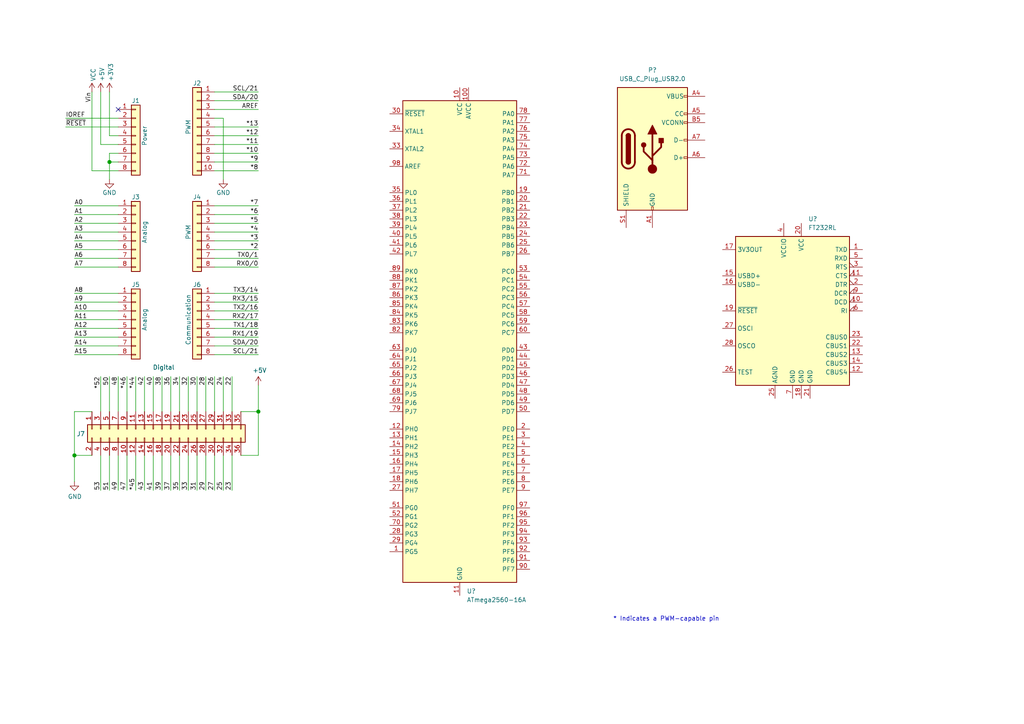
<source format=kicad_sch>
(kicad_sch (version 20211123) (generator eeschema)
  (paper "A4")
  (title_block (date "mar. 31 mars 2015"))
  (lib_symbols
    (symbol "Amplifier_Operational:LMV358" (pin_names (offset 0.127))
      (property "Reference" "U" (at 0 5.08 0))
      (property "Value" "LMV358" (at 0 -5.08 0))
      (symbol "LMV358_1_1"
        (polyline (pts (xy -5.08 5.08) (xy 5.08 0) (xy -5.08 -5.08) (xy -5.08 5.08)) (stroke (width 0.254)) (fill (type background)))
        (pin output line (at 7.62 0 180) (length 2.54) (name "~") (number "1"))
        (pin input line (at -7.62 -2.54 0) (length 2.54) (name "-") (number "2"))
        (pin input line (at -7.62 2.54 0) (length 2.54) (name "+") (number "3"))
      )
      (symbol "LMV358_2_1"
        (polyline (pts (xy -5.08 5.08) (xy 5.08 0) (xy -5.08 -5.08) (xy -5.08 5.08)) (stroke (width 0.254)) (fill (type background)))
        (pin input line (at -7.62 2.54 0) (length 2.54) (name "+") (number "5"))
        (pin input line (at -7.62 -2.54 0) (length 2.54) (name "-") (number "6"))
        (pin output line (at 7.62 0 180) (length 2.54) (name "~") (number "7"))
      )
      (symbol "LMV358_3_1"
        (pin power_in line (at -2.54 -7.62 90) (length 3.81) (name "V-") (number "4"))
        (pin power_in line (at -2.54 7.62 270) (length 3.81) (name "V+") (number "8"))
      )
    )
    (symbol "Connector:Barrel_Jack_MountingPin" (pin_names hide)
      (property "Reference" "J" (at 0 5.334 0))
      (property "Value" "Barrel_Jack_MountingPin" (at 1.27 -6.35 0))
      (symbol "Barrel_Jack_MountingPin_0_1"
        (rectangle (start -5.08 3.81) (end 5.08 -3.81) (stroke (width 0.254)) (fill (type background)))
        (arc (start -3.302 3.175) (mid -3.937 2.54) (end -3.302 1.905) (stroke (width 0.254)))
        (arc (start -3.302 3.175) (mid -3.937 2.54) (end -3.302 1.905) (stroke (width 0.254)) (fill (type outline)))
        (polyline (pts (xy 5.08 2.54) (xy 3.81 2.54)) (stroke (width 0.254)))
        (polyline (pts (xy -3.81 -2.54) (xy -2.54 -2.54) (xy -1.27 -1.27) (xy 0 -2.54) (xy 2.54 -2.54) (xy 5.08 -2.54)) (stroke (width 0.254)))
        (rectangle (start 3.683 3.175) (end -3.302 1.905) (stroke (width 0.254)) (fill (type outline)))
      )
      (symbol "Barrel_Jack_MountingPin_1_1"
        (polyline (pts (xy -1.016 -4.572) (xy 1.016 -4.572)) (stroke (width 0.1524)))
        (text "Mounting" (at 0 -4.191 0) (effects (font (size 0.381 0.381))))
        (pin passive line (at 7.62 2.54 180) (length 2.54) (name "~") (number "1"))
        (pin passive line (at 7.62 -2.54 180) (length 2.54) (name "~") (number "2"))
        (pin passive line (at 0 -7.62 90) (length 3.048) (name "MountPin") (number "MP"))
      )
    )
    (symbol "Connector:USB_C_Plug_USB2.0" (pin_names (offset 1.016))
      (property "Reference" "P" (at -10.16 19.05 0))
      (property "Value" "USB_C_Plug_USB2.0" (at 12.7 19.05 0))
      (symbol "USB_C_Plug_USB2.0_0_0"
        (rectangle (start -0.254 -17.78) (end 0.254 -16.764))
        (rectangle (start 10.16 -2.286) (end 9.144 -2.794))
        (rectangle (start 10.16 2.794) (end 9.144 2.286))
        (rectangle (start 10.16 7.874) (end 9.144 7.366))
        (rectangle (start 10.16 10.414) (end 9.144 9.906))
        (rectangle (start 10.16 15.494) (end 9.144 14.986))
      )
      (symbol "USB_C_Plug_USB2.0_0_1"
        (rectangle (start -10.16 17.78) (end 10.16 -17.78) (stroke (width 0.254)) (fill (type background)))
        (arc (start -8.89 -3.81) (mid -6.985 -5.715) (end -5.08 -3.81) (stroke (width 0.508)))
        (arc (start -7.62 -3.81) (mid -6.985 -4.445) (end -6.35 -3.81) (stroke (width 0.254)))
        (arc (start -7.62 -3.81) (mid -6.985 -4.445) (end -6.35 -3.81) (stroke (width 0.254)) (fill (type outline)))
        (rectangle (start -7.62 -3.81) (end -6.35 3.81) (stroke (width 0.254)) (fill (type outline)))
        (arc (start -6.35 3.81) (mid -6.985 4.445) (end -7.62 3.81) (stroke (width 0.254)))
        (arc (start -6.35 3.81) (mid -6.985 4.445) (end -7.62 3.81) (stroke (width 0.254)) (fill (type outline)))
        (arc (start -5.08 3.81) (mid -6.985 5.715) (end -8.89 3.81) (stroke (width 0.508)))
        (circle (center -2.54 1.143) (radius 0.635) (stroke (width 0.254)) (fill (type outline)))
        (circle (center 0 -5.842) (radius 1.27) (fill (type outline)))
        (polyline (pts (xy -8.89 -3.81) (xy -8.89 3.81)) (stroke (width 0.508)))
        (polyline (pts (xy -5.08 3.81) (xy -5.08 -3.81)) (stroke (width 0.508)))
        (polyline (pts (xy 0 -5.842) (xy 0 4.318)) (stroke (width 0.508)))
        (polyline (pts (xy 0 -3.302) (xy -2.54 -0.762) (xy -2.54 0.508)) (stroke (width 0.508)))
        (polyline (pts (xy 0 -2.032) (xy 2.54 0.508) (xy 2.54 1.778)) (stroke (width 0.508)))
        (polyline (pts (xy -1.27 4.318) (xy 0 6.858) (xy 1.27 4.318) (xy -1.27 4.318)) (stroke (width 0.254)) (fill (type outline)))
        (rectangle (start 1.905 1.778) (end 3.175 3.048) (stroke (width 0.254)) (fill (type outline)))
      )
      (symbol "USB_C_Plug_USB2.0_1_1"
        (pin passive line (at 0 -22.86 90) (length 5.08) (name "GND") (number "A1"))
        (pin passive line (at 0 -22.86 90) (length 5.08) hide (name "GND") (number "A12"))
        (pin passive line (at 15.24 15.24 180) (length 5.08) (name "VBUS") (number "A4"))
        (pin bidirectional line (at 15.24 10.16 180) (length 5.08) (name "CC") (number "A5"))
        (pin bidirectional line (at 15.24 -2.54 180) (length 5.08) (name "D+") (number "A6"))
        (pin bidirectional line (at 15.24 2.54 180) (length 5.08) (name "D-") (number "A7"))
        (pin passive line (at 15.24 15.24 180) (length 5.08) hide (name "VBUS") (number "A9"))
        (pin passive line (at 0 -22.86 90) (length 5.08) hide (name "GND") (number "B1"))
        (pin passive line (at 0 -22.86 90) (length 5.08) hide (name "GND") (number "B12"))
        (pin passive line (at 15.24 15.24 180) (length 5.08) hide (name "VBUS") (number "B4"))
        (pin bidirectional line (at 15.24 7.62 180) (length 5.08) (name "VCONN") (number "B5"))
        (pin passive line (at 15.24 15.24 180) (length 5.08) hide (name "VBUS") (number "B9"))
        (pin passive line (at -7.62 -22.86 90) (length 5.08) (name "SHIELD") (number "S1"))
      )
    )
    (symbol "Connector_Generic:Conn_01x08" (pin_names (offset 1.016) hide)
      (property "Reference" "J" (at 0 10.16 0))
      (property "Value" "Conn_01x08" (at 0 -12.7 0))
      (symbol "Conn_01x08_1_1"
        (rectangle (start -1.27 -10.033) (end 0 -10.287) (stroke (width 0.1524)))
        (rectangle (start -1.27 -7.493) (end 0 -7.747) (stroke (width 0.1524)))
        (rectangle (start -1.27 -4.953) (end 0 -5.207) (stroke (width 0.1524)))
        (rectangle (start -1.27 -2.413) (end 0 -2.667) (stroke (width 0.1524)))
        (rectangle (start -1.27 0.127) (end 0 -0.127) (stroke (width 0.1524)))
        (rectangle (start -1.27 2.667) (end 0 2.413) (stroke (width 0.1524)))
        (rectangle (start -1.27 5.207) (end 0 4.953) (stroke (width 0.1524)))
        (rectangle (start -1.27 7.747) (end 0 7.493) (stroke (width 0.1524)))
        (rectangle (start -1.27 8.89) (end 1.27 -11.43) (stroke (width 0.254)) (fill (type background)))
        (pin passive line (at -5.08 7.62 0) (length 3.81) (name "Pin_1") (number "1"))
        (pin passive line (at -5.08 5.08 0) (length 3.81) (name "Pin_2") (number "2"))
        (pin passive line (at -5.08 2.54 0) (length 3.81) (name "Pin_3") (number "3"))
        (pin passive line (at -5.08 0 0) (length 3.81) (name "Pin_4") (number "4"))
        (pin passive line (at -5.08 -2.54 0) (length 3.81) (name "Pin_5") (number "5"))
        (pin passive line (at -5.08 -5.08 0) (length 3.81) (name "Pin_6") (number "6"))
        (pin passive line (at -5.08 -7.62 0) (length 3.81) (name "Pin_7") (number "7"))
        (pin passive line (at -5.08 -10.16 0) (length 3.81) (name "Pin_8") (number "8"))
      )
    )
    (symbol "Connector_Generic:Conn_01x10" (pin_names (offset 1.016) hide)
      (property "Reference" "J" (at 0 12.7 0))
      (property "Value" "Conn_01x10" (at 0 -15.24 0))
      (symbol "Conn_01x10_1_1"
        (rectangle (start -1.27 -12.573) (end 0 -12.827) (stroke (width 0.1524)))
        (rectangle (start -1.27 -10.033) (end 0 -10.287) (stroke (width 0.1524)))
        (rectangle (start -1.27 -7.493) (end 0 -7.747) (stroke (width 0.1524)))
        (rectangle (start -1.27 -4.953) (end 0 -5.207) (stroke (width 0.1524)))
        (rectangle (start -1.27 -2.413) (end 0 -2.667) (stroke (width 0.1524)))
        (rectangle (start -1.27 0.127) (end 0 -0.127) (stroke (width 0.1524)))
        (rectangle (start -1.27 2.667) (end 0 2.413) (stroke (width 0.1524)))
        (rectangle (start -1.27 5.207) (end 0 4.953) (stroke (width 0.1524)))
        (rectangle (start -1.27 7.747) (end 0 7.493) (stroke (width 0.1524)))
        (rectangle (start -1.27 10.287) (end 0 10.033) (stroke (width 0.1524)))
        (rectangle (start -1.27 11.43) (end 1.27 -13.97) (stroke (width 0.254)) (fill (type background)))
        (pin passive line (at -5.08 10.16 0) (length 3.81) (name "Pin_1") (number "1"))
        (pin passive line (at -5.08 -12.7 0) (length 3.81) (name "Pin_10") (number "10"))
        (pin passive line (at -5.08 7.62 0) (length 3.81) (name "Pin_2") (number "2"))
        (pin passive line (at -5.08 5.08 0) (length 3.81) (name "Pin_3") (number "3"))
        (pin passive line (at -5.08 2.54 0) (length 3.81) (name "Pin_4") (number "4"))
        (pin passive line (at -5.08 0 0) (length 3.81) (name "Pin_5") (number "5"))
        (pin passive line (at -5.08 -2.54 0) (length 3.81) (name "Pin_6") (number "6"))
        (pin passive line (at -5.08 -5.08 0) (length 3.81) (name "Pin_7") (number "7"))
        (pin passive line (at -5.08 -7.62 0) (length 3.81) (name "Pin_8") (number "8"))
        (pin passive line (at -5.08 -10.16 0) (length 3.81) (name "Pin_9") (number "9"))
      )
    )
    (symbol "Connector_Generic:Conn_02x18_Odd_Even" (pin_names (offset 1.016) hide)
      (property "Reference" "J" (at 1.27 22.86 0))
      (property "Value" "Conn_02x18_Odd_Even" (at 1.27 -25.4 0))
      (symbol "Conn_02x18_Odd_Even_1_1"
        (rectangle (start -1.27 -22.733) (end 0 -22.987) (stroke (width 0.1524)))
        (rectangle (start -1.27 -20.193) (end 0 -20.447) (stroke (width 0.1524)))
        (rectangle (start -1.27 -17.653) (end 0 -17.907) (stroke (width 0.1524)))
        (rectangle (start -1.27 -15.113) (end 0 -15.367) (stroke (width 0.1524)))
        (rectangle (start -1.27 -12.573) (end 0 -12.827) (stroke (width 0.1524)))
        (rectangle (start -1.27 -10.033) (end 0 -10.287) (stroke (width 0.1524)))
        (rectangle (start -1.27 -7.493) (end 0 -7.747) (stroke (width 0.1524)))
        (rectangle (start -1.27 -4.953) (end 0 -5.207) (stroke (width 0.1524)))
        (rectangle (start -1.27 -2.413) (end 0 -2.667) (stroke (width 0.1524)))
        (rectangle (start -1.27 0.127) (end 0 -0.127) (stroke (width 0.1524)))
        (rectangle (start -1.27 2.667) (end 0 2.413) (stroke (width 0.1524)))
        (rectangle (start -1.27 5.207) (end 0 4.953) (stroke (width 0.1524)))
        (rectangle (start -1.27 7.747) (end 0 7.493) (stroke (width 0.1524)))
        (rectangle (start -1.27 10.287) (end 0 10.033) (stroke (width 0.1524)))
        (rectangle (start -1.27 12.827) (end 0 12.573) (stroke (width 0.1524)))
        (rectangle (start -1.27 15.367) (end 0 15.113) (stroke (width 0.1524)))
        (rectangle (start -1.27 17.907) (end 0 17.653) (stroke (width 0.1524)))
        (rectangle (start -1.27 20.447) (end 0 20.193) (stroke (width 0.1524)))
        (rectangle (start -1.27 21.59) (end 3.81 -24.13) (stroke (width 0.254)) (fill (type background)))
        (rectangle (start 3.81 -22.733) (end 2.54 -22.987) (stroke (width 0.1524)))
        (rectangle (start 3.81 -20.193) (end 2.54 -20.447) (stroke (width 0.1524)))
        (rectangle (start 3.81 -17.653) (end 2.54 -17.907) (stroke (width 0.1524)))
        (rectangle (start 3.81 -15.113) (end 2.54 -15.367) (stroke (width 0.1524)))
        (rectangle (start 3.81 -12.573) (end 2.54 -12.827) (stroke (width 0.1524)))
        (rectangle (start 3.81 -10.033) (end 2.54 -10.287) (stroke (width 0.1524)))
        (rectangle (start 3.81 -7.493) (end 2.54 -7.747) (stroke (width 0.1524)))
        (rectangle (start 3.81 -4.953) (end 2.54 -5.207) (stroke (width 0.1524)))
        (rectangle (start 3.81 -2.413) (end 2.54 -2.667) (stroke (width 0.1524)))
        (rectangle (start 3.81 0.127) (end 2.54 -0.127) (stroke (width 0.1524)))
        (rectangle (start 3.81 2.667) (end 2.54 2.413) (stroke (width 0.1524)))
        (rectangle (start 3.81 5.207) (end 2.54 4.953) (stroke (width 0.1524)))
        (rectangle (start 3.81 7.747) (end 2.54 7.493) (stroke (width 0.1524)))
        (rectangle (start 3.81 10.287) (end 2.54 10.033) (stroke (width 0.1524)))
        (rectangle (start 3.81 12.827) (end 2.54 12.573) (stroke (width 0.1524)))
        (rectangle (start 3.81 15.367) (end 2.54 15.113) (stroke (width 0.1524)))
        (rectangle (start 3.81 17.907) (end 2.54 17.653) (stroke (width 0.1524)))
        (rectangle (start 3.81 20.447) (end 2.54 20.193) (stroke (width 0.1524)))
        (pin passive line (at -5.08 20.32 0) (length 3.81) (name "Pin_1") (number "1"))
        (pin passive line (at 7.62 10.16 180) (length 3.81) (name "Pin_10") (number "10"))
        (pin passive line (at -5.08 7.62 0) (length 3.81) (name "Pin_11") (number "11"))
        (pin passive line (at 7.62 7.62 180) (length 3.81) (name "Pin_12") (number "12"))
        (pin passive line (at -5.08 5.08 0) (length 3.81) (name "Pin_13") (number "13"))
        (pin passive line (at 7.62 5.08 180) (length 3.81) (name "Pin_14") (number "14"))
        (pin passive line (at -5.08 2.54 0) (length 3.81) (name "Pin_15") (number "15"))
        (pin passive line (at 7.62 2.54 180) (length 3.81) (name "Pin_16") (number "16"))
        (pin passive line (at -5.08 0 0) (length 3.81) (name "Pin_17") (number "17"))
        (pin passive line (at 7.62 0 180) (length 3.81) (name "Pin_18") (number "18"))
        (pin passive line (at -5.08 -2.54 0) (length 3.81) (name "Pin_19") (number "19"))
        (pin passive line (at 7.62 20.32 180) (length 3.81) (name "Pin_2") (number "2"))
        (pin passive line (at 7.62 -2.54 180) (length 3.81) (name "Pin_20") (number "20"))
        (pin passive line (at -5.08 -5.08 0) (length 3.81) (name "Pin_21") (number "21"))
        (pin passive line (at 7.62 -5.08 180) (length 3.81) (name "Pin_22") (number "22"))
        (pin passive line (at -5.08 -7.62 0) (length 3.81) (name "Pin_23") (number "23"))
        (pin passive line (at 7.62 -7.62 180) (length 3.81) (name "Pin_24") (number "24"))
        (pin passive line (at -5.08 -10.16 0) (length 3.81) (name "Pin_25") (number "25"))
        (pin passive line (at 7.62 -10.16 180) (length 3.81) (name "Pin_26") (number "26"))
        (pin passive line (at -5.08 -12.7 0) (length 3.81) (name "Pin_27") (number "27"))
        (pin passive line (at 7.62 -12.7 180) (length 3.81) (name "Pin_28") (number "28"))
        (pin passive line (at -5.08 -15.24 0) (length 3.81) (name "Pin_29") (number "29"))
        (pin passive line (at -5.08 17.78 0) (length 3.81) (name "Pin_3") (number "3"))
        (pin passive line (at 7.62 -15.24 180) (length 3.81) (name "Pin_30") (number "30"))
        (pin passive line (at -5.08 -17.78 0) (length 3.81) (name "Pin_31") (number "31"))
        (pin passive line (at 7.62 -17.78 180) (length 3.81) (name "Pin_32") (number "32"))
        (pin passive line (at -5.08 -20.32 0) (length 3.81) (name "Pin_33") (number "33"))
        (pin passive line (at 7.62 -20.32 180) (length 3.81) (name "Pin_34") (number "34"))
        (pin passive line (at -5.08 -22.86 0) (length 3.81) (name "Pin_35") (number "35"))
        (pin passive line (at 7.62 -22.86 180) (length 3.81) (name "Pin_36") (number "36"))
        (pin passive line (at 7.62 17.78 180) (length 3.81) (name "Pin_4") (number "4"))
        (pin passive line (at -5.08 15.24 0) (length 3.81) (name "Pin_5") (number "5"))
        (pin passive line (at 7.62 15.24 180) (length 3.81) (name "Pin_6") (number "6"))
        (pin passive line (at -5.08 12.7 0) (length 3.81) (name "Pin_7") (number "7"))
        (pin passive line (at 7.62 12.7 180) (length 3.81) (name "Pin_8") (number "8"))
        (pin passive line (at -5.08 10.16 0) (length 3.81) (name "Pin_9") (number "9"))
      )
    )
    (symbol "Interface_USB:FT232RL"
      (property "Reference" "U" (at -16.51 22.86 0))
      (property "Value" "FT232RL" (at 10.16 22.86 0))
      (symbol "FT232RL_0_1"
        (rectangle (start -16.51 21.59) (end 16.51 -21.59) (stroke (width 0.254)) (fill (type background)))
      )
      (symbol "FT232RL_1_1"
        (pin output line (at 20.32 17.78 180) (length 3.81) (name "TXD") (number "1"))
        (pin input input_low (at 20.32 2.54 180) (length 3.81) (name "DCD") (number "10"))
        (pin input input_low (at 20.32 10.16 180) (length 3.81) (name "CTS") (number "11"))
        (pin bidirectional line (at 20.32 -17.78 180) (length 3.81) (name "CBUS4") (number "12"))
        (pin bidirectional line (at 20.32 -12.7 180) (length 3.81) (name "CBUS2") (number "13"))
        (pin bidirectional line (at 20.32 -15.24 180) (length 3.81) (name "CBUS3") (number "14"))
        (pin bidirectional line (at -20.32 10.16 0) (length 3.81) (name "USBD+") (number "15"))
        (pin bidirectional line (at -20.32 7.62 0) (length 3.81) (name "USBD-") (number "16"))
        (pin power_out line (at -20.32 17.78 0) (length 3.81) (name "3V3OUT") (number "17"))
        (pin power_in line (at 2.54 -25.4 90) (length 3.81) (name "GND") (number "18"))
        (pin input line (at -20.32 0 0) (length 3.81) (name "~{RESET}") (number "19"))
        (pin output output_low (at 20.32 7.62 180) (length 3.81) (name "DTR") (number "2"))
        (pin power_in line (at 2.54 25.4 270) (length 3.81) (name "VCC") (number "20"))
        (pin power_in line (at 5.08 -25.4 90) (length 3.81) (name "GND") (number "21"))
        (pin bidirectional line (at 20.32 -10.16 180) (length 3.81) (name "CBUS1") (number "22"))
        (pin bidirectional line (at 20.32 -7.62 180) (length 3.81) (name "CBUS0") (number "23"))
        (pin power_in line (at -5.08 -25.4 90) (length 3.81) (name "AGND") (number "25"))
        (pin input line (at -20.32 -17.78 0) (length 3.81) (name "TEST") (number "26"))
        (pin input line (at -20.32 -5.08 0) (length 3.81) (name "OSCI") (number "27"))
        (pin output line (at -20.32 -10.16 0) (length 3.81) (name "OSCO") (number "28"))
        (pin output output_low (at 20.32 12.7 180) (length 3.81) (name "RTS") (number "3"))
        (pin power_in line (at -2.54 25.4 270) (length 3.81) (name "VCCIO") (number "4"))
        (pin input line (at 20.32 15.24 180) (length 3.81) (name "RXD") (number "5"))
        (pin input input_low (at 20.32 0 180) (length 3.81) (name "RI") (number "6"))
        (pin power_in line (at 0 -25.4 90) (length 3.81) (name "GND") (number "7"))
        (pin input input_low (at 20.32 5.08 180) (length 3.81) (name "DCR") (number "9"))
      )
    )
    (symbol "MCU_Microchip_ATmega:ATmega2560-16A"
      (property "Reference" "U" (at 0 1.27 0))
      (property "Value" "ATmega2560-16A" (at 0 -1.27 0))
      (symbol "ATmega2560-16A_0_1"
        (rectangle (start -16.51 -69.85) (end 16.51 69.85) (stroke (width 0.254)) (fill (type background)))
      )
      (symbol "ATmega2560-16A_1_1"
        (pin bidirectional line (at -20.32 -60.96 0) (length 3.81) (name "PG5") (number "1"))
        (pin power_in line (at 0 73.66 270) (length 3.81) (name "VCC") (number "10"))
        (pin power_in line (at 2.54 73.66 270) (length 3.81) (name "AVCC") (number "100"))
        (pin power_in line (at 0 -73.66 90) (length 3.81) (name "GND") (number "11"))
        (pin bidirectional line (at -20.32 -25.4 0) (length 3.81) (name "PH0") (number "12"))
        (pin bidirectional line (at -20.32 -27.94 0) (length 3.81) (name "PH1") (number "13"))
        (pin bidirectional line (at -20.32 -30.48 0) (length 3.81) (name "PH2") (number "14"))
        (pin bidirectional line (at -20.32 -33.02 0) (length 3.81) (name "PH3") (number "15"))
        (pin bidirectional line (at -20.32 -35.56 0) (length 3.81) (name "PH4") (number "16"))
        (pin bidirectional line (at -20.32 -38.1 0) (length 3.81) (name "PH5") (number "17"))
        (pin bidirectional line (at -20.32 -40.64 0) (length 3.81) (name "PH6") (number "18"))
        (pin bidirectional line (at 20.32 43.18 180) (length 3.81) (name "PB0") (number "19"))
        (pin bidirectional line (at 20.32 -25.4 180) (length 3.81) (name "PE0") (number "2"))
        (pin bidirectional line (at 20.32 40.64 180) (length 3.81) (name "PB1") (number "20"))
        (pin bidirectional line (at 20.32 38.1 180) (length 3.81) (name "PB2") (number "21"))
        (pin bidirectional line (at 20.32 35.56 180) (length 3.81) (name "PB3") (number "22"))
        (pin bidirectional line (at 20.32 33.02 180) (length 3.81) (name "PB4") (number "23"))
        (pin bidirectional line (at 20.32 30.48 180) (length 3.81) (name "PB5") (number "24"))
        (pin bidirectional line (at 20.32 27.94 180) (length 3.81) (name "PB6") (number "25"))
        (pin bidirectional line (at 20.32 25.4 180) (length 3.81) (name "PB7") (number "26"))
        (pin bidirectional line (at -20.32 -43.18 0) (length 3.81) (name "PH7") (number "27"))
        (pin bidirectional line (at -20.32 -55.88 0) (length 3.81) (name "PG3") (number "28"))
        (pin bidirectional line (at -20.32 -58.42 0) (length 3.81) (name "PG4") (number "29"))
        (pin bidirectional line (at 20.32 -27.94 180) (length 3.81) (name "PE1") (number "3"))
        (pin input line (at -20.32 66.04 0) (length 3.81) (name "~{RESET}") (number "30"))
        (pin passive line (at 0 73.66 270) (length 3.81) hide (name "VCC") (number "31"))
        (pin passive line (at 0 -73.66 90) (length 3.81) hide (name "GND") (number "32"))
        (pin output line (at -20.32 55.88 0) (length 3.81) (name "XTAL2") (number "33"))
        (pin input line (at -20.32 60.96 0) (length 3.81) (name "XTAL1") (number "34"))
        (pin bidirectional line (at -20.32 43.18 0) (length 3.81) (name "PL0") (number "35"))
        (pin bidirectional line (at -20.32 40.64 0) (length 3.81) (name "PL1") (number "36"))
        (pin bidirectional line (at -20.32 38.1 0) (length 3.81) (name "PL2") (number "37"))
        (pin bidirectional line (at -20.32 35.56 0) (length 3.81) (name "PL3") (number "38"))
        (pin bidirectional line (at -20.32 33.02 0) (length 3.81) (name "PL4") (number "39"))
        (pin bidirectional line (at 20.32 -30.48 180) (length 3.81) (name "PE2") (number "4"))
        (pin bidirectional line (at -20.32 30.48 0) (length 3.81) (name "PL5") (number "40"))
        (pin bidirectional line (at -20.32 27.94 0) (length 3.81) (name "PL6") (number "41"))
        (pin bidirectional line (at -20.32 25.4 0) (length 3.81) (name "PL7") (number "42"))
        (pin bidirectional line (at 20.32 -2.54 180) (length 3.81) (name "PD0") (number "43"))
        (pin bidirectional line (at 20.32 -5.08 180) (length 3.81) (name "PD1") (number "44"))
        (pin bidirectional line (at 20.32 -7.62 180) (length 3.81) (name "PD2") (number "45"))
        (pin bidirectional line (at 20.32 -10.16 180) (length 3.81) (name "PD3") (number "46"))
        (pin bidirectional line (at 20.32 -12.7 180) (length 3.81) (name "PD4") (number "47"))
        (pin bidirectional line (at 20.32 -15.24 180) (length 3.81) (name "PD5") (number "48"))
        (pin bidirectional line (at 20.32 -17.78 180) (length 3.81) (name "PD6") (number "49"))
        (pin bidirectional line (at 20.32 -33.02 180) (length 3.81) (name "PE3") (number "5"))
        (pin bidirectional line (at 20.32 -20.32 180) (length 3.81) (name "PD7") (number "50"))
        (pin bidirectional line (at -20.32 -48.26 0) (length 3.81) (name "PG0") (number "51"))
        (pin bidirectional line (at -20.32 -50.8 0) (length 3.81) (name "PG1") (number "52"))
        (pin bidirectional line (at 20.32 20.32 180) (length 3.81) (name "PC0") (number "53"))
        (pin bidirectional line (at 20.32 17.78 180) (length 3.81) (name "PC1") (number "54"))
        (pin bidirectional line (at 20.32 15.24 180) (length 3.81) (name "PC2") (number "55"))
        (pin bidirectional line (at 20.32 12.7 180) (length 3.81) (name "PC3") (number "56"))
        (pin bidirectional line (at 20.32 10.16 180) (length 3.81) (name "PC4") (number "57"))
        (pin bidirectional line (at 20.32 7.62 180) (length 3.81) (name "PC5") (number "58"))
        (pin bidirectional line (at 20.32 5.08 180) (length 3.81) (name "PC6") (number "59"))
        (pin bidirectional line (at 20.32 -35.56 180) (length 3.81) (name "PE4") (number "6"))
        (pin bidirectional line (at 20.32 2.54 180) (length 3.81) (name "PC7") (number "60"))
        (pin passive line (at 0 73.66 270) (length 3.81) hide (name "VCC") (number "61"))
        (pin passive line (at 0 -73.66 90) (length 3.81) hide (name "GND") (number "62"))
        (pin bidirectional line (at -20.32 -2.54 0) (length 3.81) (name "PJ0") (number "63"))
        (pin bidirectional line (at -20.32 -5.08 0) (length 3.81) (name "PJ1") (number "64"))
        (pin bidirectional line (at -20.32 -7.62 0) (length 3.81) (name "PJ2") (number "65"))
        (pin bidirectional line (at -20.32 -10.16 0) (length 3.81) (name "PJ3") (number "66"))
        (pin bidirectional line (at -20.32 -12.7 0) (length 3.81) (name "PJ4") (number "67"))
        (pin bidirectional line (at -20.32 -15.24 0) (length 3.81) (name "PJ5") (number "68"))
        (pin bidirectional line (at -20.32 -17.78 0) (length 3.81) (name "PJ6") (number "69"))
        (pin bidirectional line (at 20.32 -38.1 180) (length 3.81) (name "PE5") (number "7"))
        (pin bidirectional line (at -20.32 -53.34 0) (length 3.81) (name "PG2") (number "70"))
        (pin bidirectional line (at 20.32 48.26 180) (length 3.81) (name "PA7") (number "71"))
        (pin bidirectional line (at 20.32 50.8 180) (length 3.81) (name "PA6") (number "72"))
        (pin bidirectional line (at 20.32 53.34 180) (length 3.81) (name "PA5") (number "73"))
        (pin bidirectional line (at 20.32 55.88 180) (length 3.81) (name "PA4") (number "74"))
        (pin bidirectional line (at 20.32 58.42 180) (length 3.81) (name "PA3") (number "75"))
        (pin bidirectional line (at 20.32 60.96 180) (length 3.81) (name "PA2") (number "76"))
        (pin bidirectional line (at 20.32 63.5 180) (length 3.81) (name "PA1") (number "77"))
        (pin bidirectional line (at 20.32 66.04 180) (length 3.81) (name "PA0") (number "78"))
        (pin bidirectional line (at -20.32 -20.32 0) (length 3.81) (name "PJ7") (number "79"))
        (pin bidirectional line (at 20.32 -40.64 180) (length 3.81) (name "PE6") (number "8"))
        (pin passive line (at 0 73.66 270) (length 3.81) hide (name "VCC") (number "80"))
        (pin passive line (at 0 -73.66 90) (length 3.81) hide (name "GND") (number "81"))
        (pin bidirectional line (at -20.32 2.54 0) (length 3.81) (name "PK7") (number "82"))
        (pin bidirectional line (at -20.32 5.08 0) (length 3.81) (name "PK6") (number "83"))
        (pin bidirectional line (at -20.32 7.62 0) (length 3.81) (name "PK5") (number "84"))
        (pin bidirectional line (at -20.32 10.16 0) (length 3.81) (name "PK4") (number "85"))
        (pin bidirectional line (at -20.32 12.7 0) (length 3.81) (name "PK3") (number "86"))
        (pin bidirectional line (at -20.32 15.24 0) (length 3.81) (name "PK2") (number "87"))
        (pin bidirectional line (at -20.32 17.78 0) (length 3.81) (name "PK1") (number "88"))
        (pin bidirectional line (at -20.32 20.32 0) (length 3.81) (name "PK0") (number "89"))
        (pin bidirectional line (at 20.32 -43.18 180) (length 3.81) (name "PE7") (number "9"))
        (pin bidirectional line (at 20.32 -66.04 180) (length 3.81) (name "PF7") (number "90"))
        (pin bidirectional line (at 20.32 -63.5 180) (length 3.81) (name "PF6") (number "91"))
        (pin bidirectional line (at 20.32 -60.96 180) (length 3.81) (name "PF5") (number "92"))
        (pin bidirectional line (at 20.32 -58.42 180) (length 3.81) (name "PF4") (number "93"))
        (pin bidirectional line (at 20.32 -55.88 180) (length 3.81) (name "PF3") (number "94"))
        (pin bidirectional line (at 20.32 -53.34 180) (length 3.81) (name "PF2") (number "95"))
        (pin bidirectional line (at 20.32 -50.8 180) (length 3.81) (name "PF1") (number "96"))
        (pin bidirectional line (at 20.32 -48.26 180) (length 3.81) (name "PF0") (number "97"))
        (pin passive line (at -20.32 50.8 0) (length 3.81) (name "AREF") (number "98"))
        (pin passive line (at 0 -73.66 90) (length 3.81) hide (name "GND") (number "99"))
      )
    )
    (symbol "Regulator_Linear:LD1117S50TR_SOT223" (pin_names (offset 0.254))
      (property "Reference" "U" (at -3.81 3.175 0))
      (property "Value" "LD1117S50TR_SOT223" (at 0 3.175 0))
      (symbol "LD1117S50TR_SOT223_0_1"
        (rectangle (start -5.08 -5.08) (end 5.08 1.905) (stroke (width 0.254)) (fill (type background)))
      )
      (symbol "LD1117S50TR_SOT223_1_1"
        (pin power_in line (at 0 -7.62 90) (length 2.54) (name "GND") (number "1"))
        (pin power_out line (at 7.62 0 180) (length 2.54) (name "VO") (number "2"))
        (pin power_in line (at -7.62 0 0) (length 2.54) (name "VI") (number "3"))
      )
    )
    (symbol "Regulator_Linear:LP2985-3.3" (pin_names (offset 0.254))
      (property "Reference" "U" (at -6.35 5.715 0))
      (property "Value" "LP2985-3.3" (at 0 5.715 0))
      (symbol "LP2985-3.3_0_1"
        (rectangle (start -7.62 -5.08) (end 7.62 4.445) (stroke (width 0.254)) (fill (type background)))
      )
      (symbol "LP2985-3.3_1_1"
        (pin power_in line (at -10.16 2.54 0) (length 2.54) (name "VIN") (number "1"))
        (pin power_in line (at 0 -7.62 90) (length 2.54) (name "GND") (number "2"))
        (pin input line (at -10.16 0 0) (length 2.54) (name "ON/~{OFF}") (number "3"))
        (pin input line (at 10.16 0 180) (length 2.54) (name "BP") (number "4"))
        (pin power_out line (at 10.16 2.54 180) (length 2.54) (name "VOUT") (number "5"))
      )
    )
    (symbol "power:+3V3" (power) (pin_names (offset 0))
      (property "Value" "+3V3" (at 0 3.556 0))
      (symbol "+3V3_0_1"
        (polyline (pts (xy -0.762 1.27) (xy 0 2.54)))
        (polyline (pts (xy 0 0) (xy 0 2.54)))
        (polyline (pts (xy 0 2.54) (xy 0.762 1.27)))
      )
      (symbol "+3V3_1_1"
        (pin power_in line (at 0 0 90) (length 0) hide (name "+3V3") (number "1"))
      )
    )
    (symbol "power:+5V" (power) (pin_names (offset 0))
      (property "Value" "+5V" (at 0 3.556 0))
      (symbol "+5V_0_1"
        (polyline (pts (xy -0.762 1.27) (xy 0 2.54)))
        (polyline (pts (xy 0 0) (xy 0 2.54)))
        (polyline (pts (xy 0 2.54) (xy 0.762 1.27)))
      )
      (symbol "+5V_1_1"
        (pin power_in line (at 0 0 90) (length 0) hide (name "+5V") (number "1"))
      )
    )
    (symbol "power:GND" (power) (pin_names (offset 0))
      (property "Value" "GND" (at 0 -3.81 0))
      (symbol "GND_0_1"
        (polyline (pts (xy 0 0) (xy 0 -1.27) (xy 1.27 -1.27) (xy 0 -2.54) (xy -1.27 -1.27) (xy 0 -1.27)))
      )
      (symbol "GND_1_1"
        (pin power_in line (at 0 0 270) (length 0) hide (name "GND") (number "1"))
      )
    )
    (symbol "power:VCC" (power) (pin_names (offset 0))
      (property "Value" "VCC" (at 0 3.81 0))
      (symbol "VCC_0_1"
        (polyline (pts (xy -0.762 1.27) (xy 0 2.54)))
        (polyline (pts (xy 0 0) (xy 0 2.54)))
        (polyline (pts (xy 0 2.54) (xy 0.762 1.27)))
      )
      (symbol "VCC_1_1"
        (pin power_in line (at 0 0 90) (length 0) hide (name "VCC") (number "1"))
      )
    )
  )
  (junction (at 21.59 132.08) (diameter 1.016))
  (junction (at 31.75 46.99) (diameter 1.016))
  (junction (at 74.93 119.38) (diameter 1.016))
  (no_connect (at 34.29 31.75))
  (wire (pts (xy 62.23 77.47) (xy 74.93 77.47)))
  (wire (pts (xy 21.59 77.47) (xy 34.29 77.47)))
  (wire (pts (xy 62.23 44.45) (xy 74.93 44.45)))
  (wire (pts (xy 44.45 109.22) (xy 44.45 119.38)))
  (wire (pts (xy 62.23 26.67) (xy 74.93 26.67)))
  (wire (pts (xy 46.99 109.22) (xy 46.99 119.38)))
  (wire (pts (xy 74.93 119.38) (xy 74.93 132.08)))
  (wire (pts (xy 26.67 119.38) (xy 21.59 119.38)))
  (wire (pts (xy 62.23 90.17) (xy 74.93 90.17)))
  (wire (pts (xy 31.75 44.45) (xy 31.75 46.99)))
  (wire (pts (xy 49.53 132.08) (xy 49.53 142.24)))
  (wire (pts (xy 21.59 72.39) (xy 34.29 72.39)))
  (wire (pts (xy 54.61 109.22) (xy 54.61 119.38)))
  (wire (pts (xy 31.75 109.22) (xy 31.75 119.38)))
  (wire (pts (xy 67.31 109.22) (xy 67.31 119.38)))
  (wire (pts (xy 31.75 46.99) (xy 31.75 52.07)))
  (wire (pts (xy 62.23 132.08) (xy 62.23 142.24)))
  (wire (pts (xy 31.75 39.37) (xy 34.29 39.37)))
  (wire (pts (xy 41.91 109.22) (xy 41.91 119.38)))
  (wire (pts (xy 29.21 41.91) (xy 34.29 41.91)))
  (wire (pts (xy 52.07 132.08) (xy 52.07 142.24)))
  (wire (pts (xy 29.21 26.67) (xy 29.21 41.91)))
  (wire (pts (xy 21.59 102.87) (xy 34.29 102.87)))
  (wire (pts (xy 36.83 132.08) (xy 36.83 142.24)))
  (wire (pts (xy 59.69 132.08) (xy 59.69 142.24)))
  (wire (pts (xy 62.23 36.83) (xy 74.93 36.83)))
  (wire (pts (xy 31.75 26.67) (xy 31.75 39.37)))
  (wire (pts (xy 62.23 59.69) (xy 74.93 59.69)))
  (wire (pts (xy 34.29 59.69) (xy 21.59 59.69)))
  (wire (pts (xy 62.23 39.37) (xy 74.93 39.37)))
  (wire (pts (xy 34.29 100.33) (xy 21.59 100.33)))
  (wire (pts (xy 62.23 62.23) (xy 74.93 62.23)))
  (wire (pts (xy 62.23 97.79) (xy 74.93 97.79)))
  (wire (pts (xy 52.07 109.22) (xy 52.07 119.38)))
  (wire (pts (xy 21.59 119.38) (xy 21.59 132.08)))
  (wire (pts (xy 36.83 109.22) (xy 36.83 119.38)))
  (wire (pts (xy 26.67 132.08) (xy 21.59 132.08)))
  (wire (pts (xy 62.23 46.99) (xy 74.93 46.99)))
  (wire (pts (xy 59.69 109.22) (xy 59.69 119.38)))
  (wire (pts (xy 57.15 109.22) (xy 57.15 119.38)))
  (wire (pts (xy 39.37 132.08) (xy 39.37 142.24)))
  (wire (pts (xy 57.15 132.08) (xy 57.15 142.24)))
  (wire (pts (xy 34.29 132.08) (xy 34.29 142.24)))
  (wire (pts (xy 64.77 109.22) (xy 64.77 119.38)))
  (wire (pts (xy 62.23 67.31) (xy 74.93 67.31)))
  (wire (pts (xy 44.45 132.08) (xy 44.45 142.24)))
  (wire (pts (xy 39.37 109.22) (xy 39.37 119.38)))
  (wire (pts (xy 19.05 34.29) (xy 34.29 34.29)))
  (wire (pts (xy 62.23 87.63) (xy 74.93 87.63)))
  (wire (pts (xy 74.93 111.76) (xy 74.93 119.38)))
  (wire (pts (xy 64.77 34.29) (xy 64.77 52.07)))
  (wire (pts (xy 62.23 102.87) (xy 74.93 102.87)))
  (wire (pts (xy 62.23 31.75) (xy 74.93 31.75)))
  (wire (pts (xy 69.85 119.38) (xy 74.93 119.38)))
  (wire (pts (xy 62.23 95.25) (xy 74.93 95.25)))
  (wire (pts (xy 21.59 92.71) (xy 34.29 92.71)))
  (wire (pts (xy 34.29 64.77) (xy 21.59 64.77)))
  (wire (pts (xy 19.05 36.83) (xy 34.29 36.83)))
  (wire (pts (xy 62.23 85.09) (xy 74.93 85.09)))
  (wire (pts (xy 34.29 46.99) (xy 31.75 46.99)))
  (wire (pts (xy 34.29 49.53) (xy 26.67 49.53)))
  (wire (pts (xy 29.21 109.22) (xy 29.21 119.38)))
  (wire (pts (xy 21.59 62.23) (xy 34.29 62.23)))
  (wire (pts (xy 31.75 132.08) (xy 31.75 142.24)))
  (wire (pts (xy 54.61 132.08) (xy 54.61 142.24)))
  (wire (pts (xy 34.29 90.17) (xy 21.59 90.17)))
  (wire (pts (xy 29.21 132.08) (xy 29.21 142.24)))
  (wire (pts (xy 62.23 92.71) (xy 74.93 92.71)))
  (wire (pts (xy 62.23 34.29) (xy 64.77 34.29)))
  (wire (pts (xy 46.99 132.08) (xy 46.99 142.24)))
  (wire (pts (xy 34.29 44.45) (xy 31.75 44.45)))
  (wire (pts (xy 21.59 97.79) (xy 34.29 97.79)))
  (wire (pts (xy 62.23 109.22) (xy 62.23 119.38)))
  (wire (pts (xy 62.23 41.91) (xy 74.93 41.91)))
  (wire (pts (xy 49.53 109.22) (xy 49.53 119.38)))
  (wire (pts (xy 21.59 87.63) (xy 34.29 87.63)))
  (wire (pts (xy 62.23 64.77) (xy 74.93 64.77)))
  (wire (pts (xy 21.59 67.31) (xy 34.29 67.31)))
  (wire (pts (xy 34.29 109.22) (xy 34.29 119.38)))
  (wire (pts (xy 62.23 100.33) (xy 74.93 100.33)))
  (wire (pts (xy 74.93 132.08) (xy 69.85 132.08)))
  (wire (pts (xy 34.29 85.09) (xy 21.59 85.09)))
  (wire (pts (xy 67.31 132.08) (xy 67.31 142.24)))
  (wire (pts (xy 62.23 29.21) (xy 74.93 29.21)))
  (wire (pts (xy 64.77 132.08) (xy 64.77 142.24)))
  (wire (pts (xy 62.23 72.39) (xy 74.93 72.39)))
  (wire (pts (xy 62.23 69.85) (xy 74.93 69.85)))
  (wire (pts (xy 41.91 132.08) (xy 41.91 142.24)))
  (wire (pts (xy 62.23 74.93) (xy 74.93 74.93)))
  (wire (pts (xy 34.29 95.25) (xy 21.59 95.25)))
  (wire (pts (xy 26.67 49.53) (xy 26.67 26.67)))
  (wire (pts (xy 21.59 132.08) (xy 21.59 139.7)))
  (wire (pts (xy 34.29 74.93) (xy 21.59 74.93)))
  (wire (pts (xy 34.29 69.85) (xy 21.59 69.85)))
  (wire (pts (xy 62.23 49.53) (xy 74.93 49.53)))
  (text "* Indicates a PWM-capable pin" (at 177.8 180.34 0) (effects (font (size 1.27 1.27)) (justify left bottom)))
  (label "A10" (at 21.59 90.17 0))
  (label "RX0{slash}0" (at 74.93 77.47 180))
  (label "A15" (at 21.59 102.87 0))
  (label "A2" (at 21.59 64.77 0))
  (label "RX2{slash}17" (at 74.93 92.71 180))
  (label "*4" (at 74.93 67.31 180))
  (label "SDA{slash}20" (at 74.93 100.33 180))
  (label "26" (at 62.23 109.22 270))
  (label "31" (at 57.15 142.24 90))
  (label "22" (at 67.31 109.22 270))
  (label "33" (at 54.61 142.24 90))
  (label "36" (at 49.53 109.22 270))
  (label "*2" (at 74.93 72.39 180))
  (label "TX1{slash}18" (at 74.93 95.25 180))
  (label "*44" (at 39.37 109.22 270))
  (label "A3" (at 21.59 67.31 0))
  (label "*13" (at 74.93 36.83 180))
  (label "*52" (at 29.21 109.22 270))
  (label "*12" (at 74.93 39.37 180))
  (label "40" (at 44.45 109.22 270))
  (label "~{RESET}" (at 19.05 36.83 0))
  (label "35" (at 52.07 142.24 90))
  (label "*10" (at 74.93 44.45 180))
  (label "28" (at 59.69 109.22 270))
  (label "23" (at 67.31 142.24 90))
  (label "29" (at 59.69 142.24 90))
  (label "A13" (at 21.59 97.79 0))
  (label "41" (at 44.45 142.24 90))
  (label "30" (at 57.15 109.22 270))
  (label "47" (at 36.83 142.24 90))
  (label "34" (at 52.07 109.22 270))
  (label "*45" (at 39.37 142.24 90))
  (label "38" (at 46.99 109.22 270))
  (label "51" (at 31.75 142.24 90))
  (label "*7" (at 74.93 59.69 180))
  (label "SDA{slash}20" (at 74.93 29.21 180))
  (label "*8" (at 74.93 49.53 180))
  (label "A9" (at 21.59 87.63 0))
  (label "*11" (at 74.93 41.91 180))
  (label "*3" (at 74.93 69.85 180))
  (label "A6" (at 21.59 74.93 0))
  (label "42" (at 41.91 109.22 270))
  (label "A1" (at 21.59 62.23 0))
  (label "53" (at 29.21 142.24 90))
  (label "TX0{slash}1" (at 74.93 74.93 180))
  (label "24" (at 64.77 109.22 270))
  (label "RX1{slash}19" (at 74.93 97.79 180))
  (label "A0" (at 21.59 59.69 0))
  (label "AREF" (at 74.93 31.75 180))
  (label "A14" (at 21.59 100.33 0))
  (label "39" (at 46.99 142.24 90))
  (label "A8" (at 21.59 85.09 0))
  (label "Vin" (at 26.67 26.67 270))
  (label "27" (at 62.23 142.24 90))
  (label "37" (at 49.53 142.24 90))
  (label "25" (at 64.77 142.24 90))
  (label "*6" (at 74.93 62.23 180))
  (label "*46" (at 36.83 109.22 270))
  (label "SCL{slash}21" (at 74.93 26.67 180))
  (label "*9" (at 74.93 46.99 180))
  (label "50" (at 31.75 109.22 270))
  (label "TX2{slash}16" (at 74.93 90.17 180))
  (label "*5" (at 74.93 64.77 180))
  (label "IOREF" (at 19.05 34.29 0))
  (label "A7" (at 21.59 77.47 0))
  (label "A11" (at 21.59 92.71 0))
  (label "A4" (at 21.59 69.85 0))
  (label "49" (at 34.29 142.24 90))
  (label "A5" (at 21.59 72.39 0))
  (label "RX3{slash}15" (at 74.93 87.63 180))
  (label "TX3{slash}14" (at 74.93 85.09 180))
  (label "32" (at 54.61 109.22 270))
  (label "43" (at 41.91 142.24 90))
  (label "A12" (at 21.59 95.25 0))
  (label "SCL{slash}21" (at 74.93 102.87 180))
  (label "48" (at 34.29 109.22 270))
  (symbol (lib_id "Connector_Generic:Conn_01x08") (at 39.37 39.37 0) (unit 1)
    (property "Reference" "J1" (at 39.37 29.21 0))
    (property "Value" "Power" (at 41.91 39.37 90))
    (property "Footprint" "Connector_PinSocket_2.54mm:PinSocket_1x08_P2.54mm_Vertical" (effects hide))
  )
  (symbol (lib_id "power:+3V3") (at 31.75 26.67 0) (unit 1)
    (property "Reference" "#PWR03" (effects hide))
    (property "Value" "+3.3V" (at 32.131 23.622 90) (effects (justify left)))
  )
  (symbol (lib_id "power:+5V") (at 29.21 26.67 0) (unit 1)
    (property "Reference" "#PWR02" (effects hide))
    (property "Value" "+5V" (at 29.5656 23.622 90) (effects (justify left)))
  )
  (symbol (lib_id "power:GND") (at 31.75 52.07 0) (unit 1)
    (property "Reference" "#PWR04" (effects hide))
    (property "Value" "GND" (at 31.75 55.88 0))
  )
  (symbol (lib_id "Connector_Generic:Conn_01x10") (at 57.15 36.83 0) (mirror y) (unit 1)
    (property "Reference" "J2" (at 57.15 24.13 0))
    (property "Value" "PWM" (at 54.61 36.83 90))
    (property "Footprint" "Connector_PinSocket_2.54mm:PinSocket_1x10_P2.54mm_Vertical" (effects hide))
  )
  (symbol (lib_id "power:GND") (at 64.77 52.07 0) (unit 1)
    (property "Reference" "#PWR05" (effects hide))
    (property "Value" "GND" (at 64.77 55.88 0))
  )
  (symbol (lib_id "Connector_Generic:Conn_01x08") (at 39.37 67.31 0) (unit 1)
    (property "Reference" "J3" (at 39.37 57.15 0))
    (property "Value" "Analog" (at 41.91 67.31 90))
    (property "Footprint" "Connector_PinSocket_2.54mm:PinSocket_1x08_P2.54mm_Vertical" (effects hide))
  )
  (symbol (lib_id "Connector_Generic:Conn_01x08") (at 57.15 67.31 0) (mirror y) (unit 1)
    (property "Reference" "J4" (at 57.15 57.15 0))
    (property "Value" "PWM" (at 54.61 67.31 90))
    (property "Footprint" "Connector_PinSocket_2.54mm:PinSocket_1x08_P2.54mm_Vertical" (effects hide))
  )
  (symbol (lib_id "Connector_Generic:Conn_01x08") (at 39.37 92.71 0) (unit 1)
    (property "Reference" "J5" (at 39.37 82.55 0))
    (property "Value" "Analog" (at 41.91 92.71 90))
    (property "Footprint" "Connector_PinSocket_2.54mm:PinSocket_1x08_P2.54mm_Vertical" (effects hide))
  )
  (symbol (lib_id "Connector_Generic:Conn_01x08") (at 57.15 92.71 0) (mirror y) (unit 1)
    (property "Reference" "J6" (at 57.15 82.55 0))
    (property "Value" "Communication" (at 54.61 92.71 90))
    (property "Footprint" "Connector_PinSocket_2.54mm:PinSocket_1x08_P2.54mm_Vertical" (effects hide))
  )
  (symbol (lib_id "Connector_Generic:Conn_02x18_Odd_Even") (at 46.99 124.46 90) (mirror x) (unit 1)
    (property "Reference" "J7" (at 24.6379 125.8506 90) (effects (justify left)))
    (property "Value" "Digital" (at 47.498 106.553 90))
    (property "Footprint" "Connector_PinSocket_2.54mm:PinSocket_2x18_P2.54mm_Vertical" (effects hide))
  )
  (symbol (lib_id "power:GND") (at 21.59 139.7 0) (unit 1)
    (property "Reference" "#PWR07" (effects hide))
    (property "Value" "GND" (at 21.7043 144.0244 0))
  )
  (symbol (lib_id "power:+5V") (at 74.93 111.76 0) (unit 1)
    (property "Reference" "#PWR06" (effects hide))
    (property "Value" "+5V" (at 75.2983 107.4356 0))
  )
  (symbol (lib_id "Amplifier_Operational:LMV358") (at -29.21 158.75 0) (unit 1)
    (property "Reference" "U?" (at -29.21 148.59 0))
    (property "Value" "LMV358" (at -29.21 151.13 0))
    (property "Datasheet" "http://www.ti.com/lit/ds/symlink/lmv324.pdf" (effects hide))
  )
  (symbol (lib_id "Connector:Barrel_Jack_MountingPin") (at 12.7 252.73 0) (unit 1)
    (property "Reference" "J?" (at 12.7 243.84 0))
    (property "Value" "Barrel_Jack_MountingPin" (at 12.7 246.38 0))
  )
  (symbol (lib_id "Regulator_Linear:LD1117S50TR_SOT223") (at 125.73 246.38 0) (unit 1)
    (property "Reference" "U?" (at 125.73 238.76 0))
    (property "Value" "LD1117S50TR_SOT223" (at 125.73 241.3 0))
    (property "Footprint" "Package_TO_SOT_SMD:SOT-223-3_TabPin2" (effects hide))
    (property "Datasheet" "http://www.st.com/st-web-ui/static/active/en/resource/technical/document/datasheet/CD00000544.pdf" (effects hide))
  )
  (symbol (lib_id "Regulator_Linear:LP2985-3.3") (at 69.85 251.46 0) (unit 1)
    (property "Reference" "U?" (at 69.85 241.3 0))
    (property "Value" "LP2985-3.3" (at 69.85 243.84 0))
    (property "Footprint" "Package_TO_SOT_SMD:SOT-23-5" (effects hide))
    (property "Datasheet" "http://www.ti.com/lit/ds/symlink/lp2985.pdf" (effects hide))
  )
  (symbol (lib_id "power:VCC") (at 26.67 26.67 0) (unit 1)
    (property "Reference" "#PWR01" (effects hide))
    (property "Value" "VCC" (at 27.051 23.622 90) (effects (justify left)))
  )
  (symbol (lib_id "Connector:USB_C_Plug_USB2.0") (at 189.23 43.18 0) (unit 1)
    (property "Reference" "P?" (at 189.23 20.32 0))
    (property "Value" "USB_C_Plug_USB2.0" (at 189.23 22.86 0))
    (property "Datasheet" "https://www.usb.org/sites/default/files/documents/usb_type-c.zip" (effects hide))
  )
  (symbol (lib_id "Interface_USB:FT232RL") (at 229.87 90.17 0) (unit 1)
    (property "Reference" "U?" (at 234.4294 63.5 0) (effects (justify left)))
    (property "Value" "FT232RL" (at 234.4294 66.04 0) (effects (justify left)))
    (property "Footprint" "Package_SO:SSOP-28_5.3x10.2mm_P0.65mm" (effects hide))
    (property "Datasheet" "https://www.ftdichip.com/Support/Documents/DataSheets/ICs/DS_FT232R.pdf" (effects hide))
  )
  (symbol (lib_id "Amplifier_Operational:LMV358") (at -29.21 176.53 0) (unit 2)
    (property "Reference" "U?" (at -29.21 166.37 0))
    (property "Value" "LMV358" (at -29.21 168.91 0))
    (property "Datasheet" "http://www.ti.com/lit/ds/symlink/lmv324.pdf" (effects hide))
  )
  (symbol (lib_id "Amplifier_Operational:LMV358") (at -29.21 194.31 0) (unit 3)
    (property "Reference" "U?" (at -30.48 193.0399 0) (effects (justify left)))
    (property "Value" "LMV358" (at -30.48 195.5799 0) (effects (justify left)))
    (property "Datasheet" "http://www.ti.com/lit/ds/symlink/lmv324.pdf" (effects hide))
  )
  (symbol (lib_id "MCU_Microchip_ATmega:ATmega2560-16A") (at 133.35 99.06 0) (unit 1)
    (property "Reference" "U?" (at 135.3694 171.45 0) (effects (justify left)))
    (property "Value" "ATmega2560-16A" (at 135.3694 173.99 0) (effects (justify left)))
    (property "Footprint" "Package_QFP:TQFP-100_14x14mm_P0.5mm" (effects hide))
    (property "Datasheet" "http://ww1.microchip.com/downloads/en/DeviceDoc/Atmel-2549-8-bit-AVR-Microcontroller-ATmega640-1280-1281-2560-2561_datasheet.pdf" (effects hide))
  )
)
</source>
